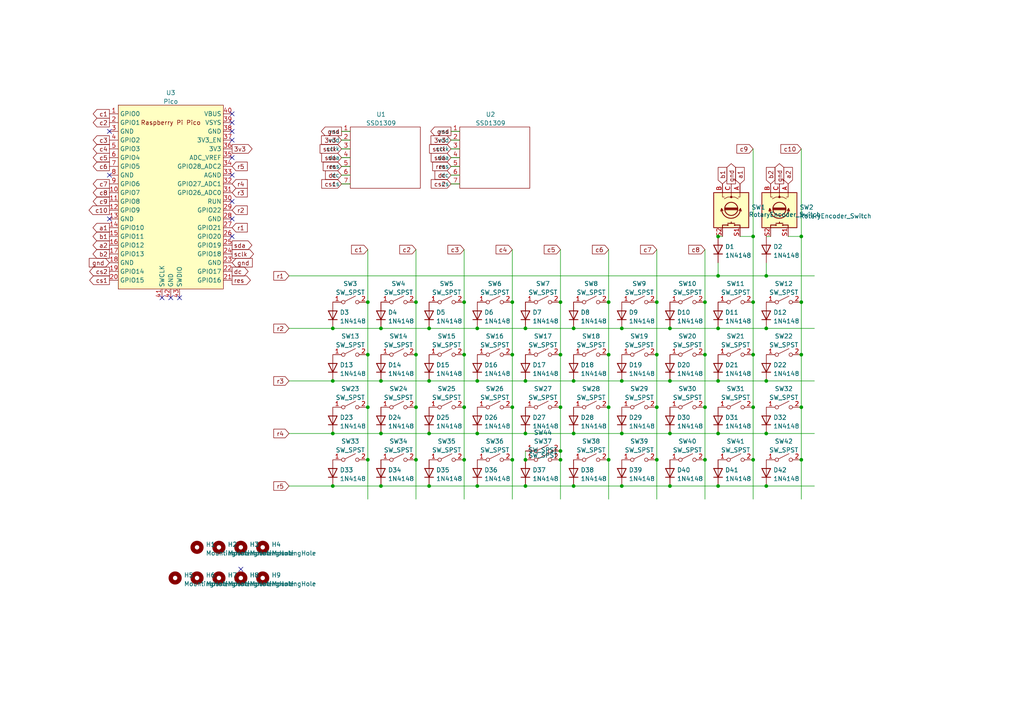
<source format=kicad_sch>
(kicad_sch (version 20211123) (generator eeschema)
  (paper "A4")
  (lib_symbols
    (symbol "2.4_inch_OLED:SSD1309"
      (property "Reference" "U" (at 0 10.16 0))
      (property "Value" "SSD1309" (at 0 -10.16 0))
      (symbol "SSD1309_0_1"
        (rectangle (start -10.16 8.89) (end 10.16 -8.89) (stroke (width 0.1524)))
      )
      (symbol "SSD1309_1_1"
        (pin input line (at -10.16 7.62 180) (length 2.54) (name "vss") (number "1"))
        (pin input line (at -10.16 5.08 180) (length 2.54) (name "vdd") (number "2"))
        (pin input line (at -10.16 2.54 180) (length 2.54) (name "sclk") (number "3"))
        (pin input line (at -10.16 0 180) (length 2.54) (name "sda") (number "4"))
        (pin input line (at -10.16 -2.54 180) (length 2.54) (name "res") (number "5"))
        (pin input line (at -10.16 -5.08 180) (length 2.54) (name "dc") (number "6"))
        (pin input line (at -10.16 -7.62 180) (length 2.54) (name "cs") (number "7"))
      )
    )
    (symbol "Device:RotaryEncoder_Switch" (pin_names (offset 0.254) hide)
      (property "Reference" "SW" (at 0 6.604 0))
      (property "Value" "RotaryEncoder_Switch" (at 0 -6.604 0))
      (symbol "RotaryEncoder_Switch_0_1"
        (rectangle (start -5.08 5.08) (end 5.08 -5.08) (stroke (width 0.254)) (fill (type background)))
        (circle (center -3.81 0) (radius 0.254) (fill (type outline)))
        (arc (start -0.381 -2.794) (mid 2.3622 -0.0508) (end -0.381 2.667) (stroke (width 0.254)))
        (circle (center -0.381 0) (radius 1.905) (stroke (width 0.254)))
        (polyline (pts (xy -0.635 -1.778) (xy -0.635 1.778)) (stroke (width 0.254)))
        (polyline (pts (xy -0.381 -1.778) (xy -0.381 1.778)) (stroke (width 0.254)))
        (polyline (pts (xy -0.127 1.778) (xy -0.127 -1.778)) (stroke (width 0.254)))
        (polyline (pts (xy 3.81 0) (xy 3.429 0)) (stroke (width 0.254)))
        (polyline (pts (xy 3.81 1.016) (xy 3.81 -1.016)) (stroke (width 0.254)))
        (polyline (pts (xy -5.08 -2.54) (xy -3.81 -2.54) (xy -3.81 -2.032)))
        (polyline (pts (xy -5.08 2.54) (xy -3.81 2.54) (xy -3.81 2.032)))
        (polyline (pts (xy 0.254 -3.048) (xy -0.508 -2.794) (xy 0.127 -2.413)) (stroke (width 0.254)))
        (polyline (pts (xy 0.254 2.921) (xy -0.508 2.667) (xy 0.127 2.286)) (stroke (width 0.254)))
        (polyline (pts (xy 5.08 -2.54) (xy 4.318 -2.54) (xy 4.318 -1.016)) (stroke (width 0.254)))
        (polyline (pts (xy 5.08 2.54) (xy 4.318 2.54) (xy 4.318 1.016)) (stroke (width 0.254)))
        (polyline (pts (xy -5.08 0) (xy -3.81 0) (xy -3.81 -1.016) (xy -3.302 -2.032)))
        (polyline (pts (xy -4.318 0) (xy -3.81 0) (xy -3.81 1.016) (xy -3.302 2.032)))
        (circle (center 4.318 -1.016) (radius 0.127) (stroke (width 0.254)))
        (circle (center 4.318 1.016) (radius 0.127) (stroke (width 0.254)))
      )
      (symbol "RotaryEncoder_Switch_1_1"
        (pin passive line (at -7.62 2.54 0) (length 2.54) (name "A") (number "A"))
        (pin passive line (at -7.62 -2.54 0) (length 2.54) (name "B") (number "B"))
        (pin passive line (at -7.62 0 0) (length 2.54) (name "C") (number "C"))
        (pin passive line (at 7.62 2.54 180) (length 2.54) (name "S1") (number "S1"))
        (pin passive line (at 7.62 -2.54 180) (length 2.54) (name "S2") (number "S2"))
      )
    )
    (symbol "Diode:1N4148" (pin_numbers hide) (pin_names (offset 1.016) hide)
      (property "Reference" "D" (at 0 2.54 0))
      (property "Value" "1N4148" (at 0 -2.54 0))
      (symbol "1N4148_0_1"
        (polyline (pts (xy -1.27 1.27) (xy -1.27 -1.27)) (stroke (width 0.254)))
        (polyline (pts (xy 1.27 0) (xy -1.27 0)))
        (polyline (pts (xy 1.27 1.27) (xy 1.27 -1.27) (xy -1.27 0) (xy 1.27 1.27)) (stroke (width 0.254)))
      )
      (symbol "1N4148_1_1"
        (pin passive line (at -3.81 0 0) (length 2.54) (name "K") (number "1"))
        (pin passive line (at 3.81 0 180) (length 2.54) (name "A") (number "2"))
      )
    )
    (symbol "MCU_RaspberryPi_and_Boards:Pico"
      (property "Reference" "U" (at -13.97 27.94 0))
      (property "Value" "Pico" (at 0 19.05 0))
      (symbol "Pico_0_0"
        (text "Raspberry Pi Pico" (at 0 21.59 0) (effects (font (size 1.27 1.27))))
      )
      (symbol "Pico_0_1"
        (rectangle (start -15.24 26.67) (end 15.24 -26.67) (fill (type background)))
      )
      (symbol "Pico_1_1"
        (pin bidirectional line (at -17.78 24.13 0) (length 2.54) (name "GPIO0") (number "1"))
        (pin bidirectional line (at -17.78 1.27 0) (length 2.54) (name "GPIO7") (number "10"))
        (pin bidirectional line (at -17.78 -1.27 0) (length 2.54) (name "GPIO8") (number "11"))
        (pin bidirectional line (at -17.78 -3.81 0) (length 2.54) (name "GPIO9") (number "12"))
        (pin power_in line (at -17.78 -6.35 0) (length 2.54) (name "GND") (number "13"))
        (pin bidirectional line (at -17.78 -8.89 0) (length 2.54) (name "GPIO10") (number "14"))
        (pin bidirectional line (at -17.78 -11.43 0) (length 2.54) (name "GPIO11") (number "15"))
        (pin bidirectional line (at -17.78 -13.97 0) (length 2.54) (name "GPIO12") (number "16"))
        (pin bidirectional line (at -17.78 -16.51 0) (length 2.54) (name "GPIO13") (number "17"))
        (pin power_in line (at -17.78 -19.05 0) (length 2.54) (name "GND") (number "18"))
        (pin bidirectional line (at -17.78 -21.59 0) (length 2.54) (name "GPIO14") (number "19"))
        (pin bidirectional line (at -17.78 21.59 0) (length 2.54) (name "GPIO1") (number "2"))
        (pin bidirectional line (at -17.78 -24.13 0) (length 2.54) (name "GPIO15") (number "20"))
        (pin bidirectional line (at 17.78 -24.13 180) (length 2.54) (name "GPIO16") (number "21"))
        (pin bidirectional line (at 17.78 -21.59 180) (length 2.54) (name "GPIO17") (number "22"))
        (pin power_in line (at 17.78 -19.05 180) (length 2.54) (name "GND") (number "23"))
        (pin bidirectional line (at 17.78 -16.51 180) (length 2.54) (name "GPIO18") (number "24"))
        (pin bidirectional line (at 17.78 -13.97 180) (length 2.54) (name "GPIO19") (number "25"))
        (pin bidirectional line (at 17.78 -11.43 180) (length 2.54) (name "GPIO20") (number "26"))
        (pin bidirectional line (at 17.78 -8.89 180) (length 2.54) (name "GPIO21") (number "27"))
        (pin power_in line (at 17.78 -6.35 180) (length 2.54) (name "GND") (number "28"))
        (pin bidirectional line (at 17.78 -3.81 180) (length 2.54) (name "GPIO22") (number "29"))
        (pin power_in line (at -17.78 19.05 0) (length 2.54) (name "GND") (number "3"))
        (pin input line (at 17.78 -1.27 180) (length 2.54) (name "RUN") (number "30"))
        (pin bidirectional line (at 17.78 1.27 180) (length 2.54) (name "GPIO26_ADC0") (number "31"))
        (pin bidirectional line (at 17.78 3.81 180) (length 2.54) (name "GPIO27_ADC1") (number "32"))
        (pin power_in line (at 17.78 6.35 180) (length 2.54) (name "AGND") (number "33"))
        (pin bidirectional line (at 17.78 8.89 180) (length 2.54) (name "GPIO28_ADC2") (number "34"))
        (pin power_in line (at 17.78 11.43 180) (length 2.54) (name "ADC_VREF") (number "35"))
        (pin power_in line (at 17.78 13.97 180) (length 2.54) (name "3V3") (number "36"))
        (pin input line (at 17.78 16.51 180) (length 2.54) (name "3V3_EN") (number "37"))
        (pin bidirectional line (at 17.78 19.05 180) (length 2.54) (name "GND") (number "38"))
        (pin power_in line (at 17.78 21.59 180) (length 2.54) (name "VSYS") (number "39"))
        (pin bidirectional line (at -17.78 16.51 0) (length 2.54) (name "GPIO2") (number "4"))
        (pin power_in line (at 17.78 24.13 180) (length 2.54) (name "VBUS") (number "40"))
        (pin input line (at -2.54 -29.21 90) (length 2.54) (name "SWCLK") (number "41"))
        (pin power_in line (at 0 -29.21 90) (length 2.54) (name "GND") (number "42"))
        (pin bidirectional line (at 2.54 -29.21 90) (length 2.54) (name "SWDIO") (number "43"))
        (pin bidirectional line (at -17.78 13.97 0) (length 2.54) (name "GPIO3") (number "5"))
        (pin bidirectional line (at -17.78 11.43 0) (length 2.54) (name "GPIO4") (number "6"))
        (pin bidirectional line (at -17.78 8.89 0) (length 2.54) (name "GPIO5") (number "7"))
        (pin power_in line (at -17.78 6.35 0) (length 2.54) (name "GND") (number "8"))
        (pin bidirectional line (at -17.78 3.81 0) (length 2.54) (name "GPIO6") (number "9"))
      )
    )
    (symbol "Mechanical:MountingHole" (pin_names (offset 1.016))
      (property "Reference" "H" (at 0 5.08 0))
      (property "Value" "MountingHole" (at 0 3.175 0))
      (symbol "MountingHole_0_1"
        (circle (center 0 0) (radius 1.27) (stroke (width 1.27)))
      )
    )
    (symbol "Switch:SW_SPST" (pin_names (offset 0) hide)
      (property "Reference" "SW" (at 0 3.175 0))
      (property "Value" "SW_SPST" (at 0 -2.54 0))
      (symbol "SW_SPST_0_0"
        (circle (center -2.032 0) (radius 0.508))
        (polyline (pts (xy -1.524 0.254) (xy 1.524 1.778)))
        (circle (center 2.032 0) (radius 0.508))
      )
      (symbol "SW_SPST_1_1"
        (pin passive line (at -5.08 0 0) (length 2.54) (name "A") (number "1"))
        (pin passive line (at 5.08 0 180) (length 2.54) (name "B") (number "2"))
      )
    )
  )
  (junction (at 148.59 133.35))
  (junction (at 120.65 87.63))
  (junction (at 120.65 118.11))
  (junction (at 134.62 102.87))
  (junction (at 204.47 87.63))
  (junction (at 152.4 140.97))
  (junction (at 96.52 95.25))
  (junction (at 232.41 87.63))
  (junction (at 204.47 118.11))
  (junction (at 208.28 125.73))
  (junction (at 166.37 95.25))
  (junction (at 208.28 110.49))
  (junction (at 190.5 87.63))
  (junction (at 194.31 125.73))
  (junction (at 190.5 102.87))
  (junction (at 120.65 102.87))
  (junction (at 96.52 110.49))
  (junction (at 208.28 140.97))
  (junction (at 96.52 140.97))
  (junction (at 232.41 68.58))
  (junction (at 148.59 102.87))
  (junction (at 166.37 110.49))
  (junction (at 180.34 110.49))
  (junction (at 162.56 118.11))
  (junction (at 124.46 140.97))
  (junction (at 176.53 102.87))
  (junction (at 222.25 125.73))
  (junction (at 222.25 140.97))
  (junction (at 152.4 95.25))
  (junction (at 194.31 110.49))
  (junction (at 138.43 110.49))
  (junction (at 124.46 125.73))
  (junction (at 208.28 95.25))
  (junction (at 176.53 87.63))
  (junction (at 152.4 125.73))
  (junction (at 232.41 118.11))
  (junction (at 110.49 140.97))
  (junction (at 222.25 80.01))
  (junction (at 190.5 133.35))
  (junction (at 222.25 95.25))
  (junction (at 134.62 118.11))
  (junction (at 138.43 140.97))
  (junction (at 180.34 140.97))
  (junction (at 218.44 133.35))
  (junction (at 162.56 130.81))
  (junction (at 138.43 125.73))
  (junction (at 106.68 87.63))
  (junction (at 176.53 118.11))
  (junction (at 96.52 125.73))
  (junction (at 218.44 87.63))
  (junction (at 180.34 95.25))
  (junction (at 138.43 95.25))
  (junction (at 124.46 95.25))
  (junction (at 134.62 87.63))
  (junction (at 232.41 133.35))
  (junction (at 218.44 118.11))
  (junction (at 162.56 102.87))
  (junction (at 208.28 68.58))
  (junction (at 152.4 133.35))
  (junction (at 106.68 133.35))
  (junction (at 110.49 110.49))
  (junction (at 176.53 133.35))
  (junction (at 194.31 140.97))
  (junction (at 120.65 133.35))
  (junction (at 222.25 110.49))
  (junction (at 232.41 102.87))
  (junction (at 162.56 87.63))
  (junction (at 148.59 118.11))
  (junction (at 162.56 133.35))
  (junction (at 148.59 87.63))
  (junction (at 110.49 125.73))
  (junction (at 134.62 133.35))
  (junction (at 152.4 110.49))
  (junction (at 110.49 95.25))
  (junction (at 218.44 102.87))
  (junction (at 106.68 102.87))
  (junction (at 194.31 95.25))
  (junction (at 124.46 110.49))
  (junction (at 166.37 125.73))
  (junction (at 204.47 102.87))
  (junction (at 190.5 118.11))
  (junction (at 218.44 68.58))
  (junction (at 204.47 133.35))
  (junction (at 166.37 140.97))
  (junction (at 180.34 125.73))
  (junction (at 208.28 80.01))
  (junction (at 106.68 118.11))
  (no_connect (at 67.31 38.1))
  (no_connect (at 67.31 45.72))
  (no_connect (at 67.31 58.42))
  (no_connect (at 67.31 63.5))
  (no_connect (at 31.75 63.5))
  (no_connect (at 31.75 50.8))
  (no_connect (at 67.31 40.64))
  (no_connect (at 67.31 35.56))
  (no_connect (at 67.31 33.02))
  (no_connect (at 31.75 38.1))
  (no_connect (at 46.99 86.36))
  (no_connect (at 49.53 86.36))
  (no_connect (at 52.07 86.36))
  (no_connect (at 67.31 50.8))
  (no_connect (at 69.85 165.1))
  (no_connect (at 67.31 68.58))
  (wire (pts (xy 176.53 87.63) (xy 176.53 102.87)))
  (wire (pts (xy 120.65 102.87) (xy 120.65 118.11)))
  (wire (pts (xy 214.63 68.58) (xy 218.44 68.58)))
  (wire (pts (xy 110.49 95.25) (xy 124.46 95.25)))
  (wire (pts (xy 218.44 87.63) (xy 218.44 102.87)))
  (wire (pts (xy 208.28 95.25) (xy 222.25 95.25)))
  (wire (pts (xy 124.46 110.49) (xy 138.43 110.49)))
  (wire (pts (xy 218.44 68.58) (xy 218.44 87.63)))
  (wire (pts (xy 148.59 133.35) (xy 148.59 144.78)))
  (wire (pts (xy 120.65 118.11) (xy 120.65 133.35)))
  (wire (pts (xy 99.06 53.34) (xy 101.6 53.34)))
  (wire (pts (xy 106.68 87.63) (xy 106.68 102.87)))
  (wire (pts (xy 180.34 95.25) (xy 194.31 95.25)))
  (wire (pts (xy 208.28 140.97) (xy 222.25 140.97)))
  (wire (pts (xy 194.31 95.25) (xy 208.28 95.25)))
  (wire (pts (xy 232.41 133.35) (xy 232.41 144.78)))
  (wire (pts (xy 204.47 72.39) (xy 204.47 87.63)))
  (wire (pts (xy 166.37 110.49) (xy 180.34 110.49)))
  (wire (pts (xy 120.65 72.39) (xy 120.65 87.63)))
  (wire (pts (xy 208.28 68.58) (xy 208.28 68.6184)))
  (wire (pts (xy 124.46 140.97) (xy 138.43 140.97)))
  (wire (pts (xy 124.46 95.25) (xy 138.43 95.25)))
  (wire (pts (xy 134.62 87.63) (xy 134.62 102.87)))
  (wire (pts (xy 83.82 140.97) (xy 96.52 140.97)))
  (wire (pts (xy 96.52 110.49) (xy 110.49 110.49)))
  (wire (pts (xy 134.62 133.35) (xy 134.62 144.78)))
  (wire (pts (xy 232.41 87.63) (xy 232.41 102.87)))
  (wire (pts (xy 232.41 102.87) (xy 232.41 118.11)))
  (wire (pts (xy 138.43 110.49) (xy 152.4 110.49)))
  (wire (pts (xy 148.59 87.63) (xy 148.59 102.87)))
  (wire (pts (xy 162.56 102.87) (xy 162.56 118.11)))
  (wire (pts (xy 110.49 110.49) (xy 124.46 110.49)))
  (wire (pts (xy 194.31 110.49) (xy 208.28 110.49)))
  (wire (pts (xy 152.4 95.25) (xy 166.37 95.25)))
  (wire (pts (xy 218.44 43.18) (xy 218.44 68.58)))
  (wire (pts (xy 96.52 95.25) (xy 110.49 95.25)))
  (wire (pts (xy 110.49 125.73) (xy 124.46 125.73)))
  (wire (pts (xy 222.25 110.49) (xy 236.22 110.49)))
  (wire (pts (xy 130.81 53.34) (xy 133.35 53.34)))
  (wire (pts (xy 130.81 43.18) (xy 133.35 43.18)))
  (wire (pts (xy 180.34 140.97) (xy 194.31 140.97)))
  (wire (pts (xy 176.53 102.87) (xy 176.53 118.11)))
  (wire (pts (xy 190.5 118.11) (xy 190.5 133.35)))
  (wire (pts (xy 194.31 125.73) (xy 208.28 125.73)))
  (wire (pts (xy 232.41 118.11) (xy 232.41 133.35)))
  (wire (pts (xy 130.81 38.1) (xy 133.35 38.1)))
  (wire (pts (xy 218.44 102.87) (xy 218.44 118.11)))
  (wire (pts (xy 190.5 72.39) (xy 190.5 87.63)))
  (wire (pts (xy 166.37 140.97) (xy 180.34 140.97)))
  (wire (pts (xy 204.47 87.63) (xy 204.47 102.87)))
  (wire (pts (xy 228.6 68.58) (xy 232.41 68.58)))
  (wire (pts (xy 194.31 140.97) (xy 208.28 140.97)))
  (wire (pts (xy 180.34 110.49) (xy 194.31 110.49)))
  (wire (pts (xy 138.43 140.97) (xy 152.4 140.97)))
  (wire (pts (xy 130.81 48.26) (xy 133.35 48.26)))
  (wire (pts (xy 208.28 80.01) (xy 222.25 80.01)))
  (wire (pts (xy 148.59 102.87) (xy 148.59 118.11)))
  (wire (pts (xy 180.34 125.73) (xy 194.31 125.73)))
  (wire (pts (xy 162.56 133.35) (xy 162.56 144.78)))
  (wire (pts (xy 218.44 118.11) (xy 218.44 133.35)))
  (wire (pts (xy 96.52 140.97) (xy 110.49 140.97)))
  (wire (pts (xy 83.82 125.73) (xy 96.52 125.73)))
  (wire (pts (xy 138.43 125.73) (xy 152.4 125.73)))
  (wire (pts (xy 99.06 50.8) (xy 101.6 50.8)))
  (wire (pts (xy 130.81 50.8) (xy 133.35 50.8)))
  (wire (pts (xy 99.06 38.1) (xy 101.6 38.1)))
  (wire (pts (xy 148.59 72.39) (xy 148.59 87.63)))
  (wire (pts (xy 138.43 95.25) (xy 152.4 95.25)))
  (wire (pts (xy 218.44 133.35) (xy 218.44 144.78)))
  (wire (pts (xy 162.56 72.39) (xy 162.56 87.63)))
  (wire (pts (xy 134.62 72.39) (xy 134.62 87.63)))
  (wire (pts (xy 190.5 102.87) (xy 190.5 118.11)))
  (wire (pts (xy 130.81 40.64) (xy 133.35 40.64)))
  (wire (pts (xy 134.62 102.87) (xy 134.62 118.11)))
  (wire (pts (xy 148.59 118.11) (xy 148.59 133.35)))
  (wire (pts (xy 120.65 87.63) (xy 120.65 102.87)))
  (wire (pts (xy 106.68 72.39) (xy 106.68 87.63)))
  (wire (pts (xy 99.06 45.72) (xy 101.6 45.72)))
  (wire (pts (xy 152.4 125.73) (xy 166.37 125.73)))
  (wire (pts (xy 124.46 125.73) (xy 138.43 125.73)))
  (wire (pts (xy 120.65 133.35) (xy 120.65 144.78)))
  (wire (pts (xy 209.55 68.58) (xy 208.28 68.58)))
  (wire (pts (xy 222.25 80.01) (xy 222.25 76.2)))
  (wire (pts (xy 208.28 125.73) (xy 222.25 125.73)))
  (wire (pts (xy 222.25 68.58) (xy 223.52 68.58)))
  (wire (pts (xy 176.53 72.39) (xy 176.53 87.63)))
  (wire (pts (xy 204.47 102.87) (xy 204.47 118.11)))
  (wire (pts (xy 110.49 140.97) (xy 124.46 140.97)))
  (wire (pts (xy 166.37 125.73) (xy 180.34 125.73)))
  (wire (pts (xy 176.53 133.35) (xy 176.53 144.78)))
  (wire (pts (xy 190.5 87.63) (xy 190.5 102.87)))
  (wire (pts (xy 152.4 110.49) (xy 166.37 110.49)))
  (wire (pts (xy 152.4 130.81) (xy 152.4 133.35)))
  (wire (pts (xy 106.68 133.35) (xy 106.68 144.78)))
  (wire (pts (xy 130.81 45.72) (xy 133.35 45.72)))
  (wire (pts (xy 162.56 118.11) (xy 162.56 130.81)))
  (wire (pts (xy 99.06 43.18) (xy 101.6 43.18)))
  (wire (pts (xy 208.28 110.49) (xy 222.25 110.49)))
  (wire (pts (xy 166.37 95.25) (xy 180.34 95.25)))
  (wire (pts (xy 83.82 80.01) (xy 208.28 80.01)))
  (wire (pts (xy 134.62 118.11) (xy 134.62 133.35)))
  (wire (pts (xy 162.56 87.63) (xy 162.56 102.87)))
  (wire (pts (xy 99.06 48.26) (xy 101.6 48.26)))
  (wire (pts (xy 83.82 95.25) (xy 96.52 95.25)))
  (wire (pts (xy 96.52 125.73) (xy 110.49 125.73)))
  (wire (pts (xy 152.4 140.97) (xy 166.37 140.97)))
  (wire (pts (xy 208.28 80.01) (xy 208.28 76.2)))
  (wire (pts (xy 222.25 95.25) (xy 236.22 95.25)))
  (wire (pts (xy 106.68 102.87) (xy 106.68 118.11)))
  (wire (pts (xy 83.82 110.49) (xy 96.52 110.49)))
  (wire (pts (xy 162.56 130.81) (xy 162.56 133.35)))
  (wire (pts (xy 204.47 133.35) (xy 204.47 144.78)))
  (wire (pts (xy 222.25 125.73) (xy 236.22 125.73)))
  (wire (pts (xy 232.41 43.18) (xy 232.41 68.58)))
  (wire (pts (xy 106.68 118.11) (xy 106.68 133.35)))
  (wire (pts (xy 190.5 133.35) (xy 190.5 144.78)))
  (wire (pts (xy 232.41 68.58) (xy 232.41 87.63)))
  (wire (pts (xy 99.06 40.64) (xy 101.6 40.64)))
  (wire (pts (xy 176.53 118.11) (xy 176.53 133.35)))
  (wire (pts (xy 222.25 80.01) (xy 236.22 80.01)))
  (wire (pts (xy 204.47 118.11) (xy 204.47 133.35)))
  (wire (pts (xy 222.25 140.97) (xy 236.22 140.97)))
  (global_label "sda" (shape input) (at 130.81 45.72 180) (property "Intersheet References" "${INTERSHEET_REFS}" (effects hide)))
  (global_label "cs2" (shape input) (at 130.81 53.34 180) (property "Intersheet References" "${INTERSHEET_REFS}" (effects hide)))
  (global_label "gnd" (shape output) (at 226.06 53.34 90) (property "Intersheet References" "${INTERSHEET_REFS}" (effects hide)))
  (global_label "gnd" (shape input) (at 31.75 76.2 180) (property "Intersheet References" "${INTERSHEET_REFS}" (effects hide)))
  (global_label "dc" (shape input) (at 99.06 50.8 180) (property "Intersheet References" "${INTERSHEET_REFS}" (effects hide)))
  (global_label "c1" (shape output) (at 31.75 33.02 180) (property "Intersheet References" "${INTERSHEET_REFS}" (effects hide)))
  (global_label "r5" (shape input) (at 83.82 140.97 180) (property "Intersheet References" "${INTERSHEET_REFS}" (effects hide)))
  (global_label "sclk" (shape input) (at 99.06 43.18 180) (property "Intersheet References" "${INTERSHEET_REFS}" (effects hide)))
  (global_label "c7" (shape output) (at 31.75 53.34 180) (property "Intersheet References" "${INTERSHEET_REFS}" (effects hide)))
  (global_label "c9" (shape input) (at 218.44 43.18 180) (property "Intersheet References" "${INTERSHEET_REFS}" (effects hide)))
  (global_label "gnd" (shape output) (at 130.81 38.1 180) (property "Intersheet References" "${INTERSHEET_REFS}" (effects hide)))
  (global_label "b1" (shape input) (at 209.55 53.34 90) (property "Intersheet References" "${INTERSHEET_REFS}" (effects hide)))
  (global_label "c3" (shape output) (at 31.75 40.64 180) (property "Intersheet References" "${INTERSHEET_REFS}" (effects hide)))
  (global_label "a1" (shape output) (at 31.75 66.04 180) (property "Intersheet References" "${INTERSHEET_REFS}" (effects hide)))
  (global_label "r5" (shape input) (at 67.31 48.26 0) (property "Intersheet References" "${INTERSHEET_REFS}" (effects hide)))
  (global_label "gnd" (shape input) (at 67.31 76.2 0) (property "Intersheet References" "${INTERSHEET_REFS}" (effects hide)))
  (global_label "res" (shape input) (at 130.81 48.26 180) (property "Intersheet References" "${INTERSHEET_REFS}" (effects hide)))
  (global_label "r2" (shape input) (at 83.82 95.25 180) (property "Intersheet References" "${INTERSHEET_REFS}" (effects hide)))
  (global_label "c10" (shape output) (at 31.75 60.96 180) (property "Intersheet References" "${INTERSHEET_REFS}" (effects hide)))
  (global_label "c5" (shape output) (at 31.75 45.72 180) (property "Intersheet References" "${INTERSHEET_REFS}" (effects hide)))
  (global_label "cs1" (shape output) (at 31.75 81.28 180) (property "Intersheet References" "${INTERSHEET_REFS}" (effects hide)))
  (global_label "gnd" (shape output) (at 99.06 38.1 180) (property "Intersheet References" "${INTERSHEET_REFS}" (effects hide)))
  (global_label "sclk" (shape output) (at 67.31 73.66 0) (property "Intersheet References" "${INTERSHEET_REFS}" (effects hide)))
  (global_label "c5" (shape input) (at 162.56 72.39 180) (property "Intersheet References" "${INTERSHEET_REFS}" (effects hide)))
  (global_label "sclk" (shape input) (at 130.81 43.18 180) (property "Intersheet References" "${INTERSHEET_REFS}" (effects hide)))
  (global_label "a2" (shape output) (at 31.75 71.12 180) (property "Intersheet References" "${INTERSHEET_REFS}" (effects hide)))
  (global_label "3v3" (shape output) (at 67.31 43.18 0) (property "Intersheet References" "${INTERSHEET_REFS}" (effects hide)))
  (global_label "r3" (shape input) (at 67.31 55.88 0) (property "Intersheet References" "${INTERSHEET_REFS}" (effects hide)))
  (global_label "gnd" (shape output) (at 212.09 53.34 90) (property "Intersheet References" "${INTERSHEET_REFS}" (effects hide)))
  (global_label "c1" (shape input) (at 106.68 72.39 180) (property "Intersheet References" "${INTERSHEET_REFS}" (effects hide)))
  (global_label "c8" (shape input) (at 204.47 72.39 180) (property "Intersheet References" "${INTERSHEET_REFS}" (effects hide)))
  (global_label "r3" (shape input) (at 83.82 110.49 180) (property "Intersheet References" "${INTERSHEET_REFS}" (effects hide)))
  (global_label "a1" (shape input) (at 214.63 53.34 90) (property "Intersheet References" "${INTERSHEET_REFS}" (effects hide)))
  (global_label "c2" (shape output) (at 31.75 35.56 180) (property "Intersheet References" "${INTERSHEET_REFS}" (effects hide)))
  (global_label "cs2" (shape output) (at 31.75 78.74 180) (property "Intersheet References" "${INTERSHEET_REFS}" (effects hide)))
  (global_label "b2" (shape output) (at 31.75 73.66 180) (property "Intersheet References" "${INTERSHEET_REFS}" (effects hide)))
  (global_label "3v3" (shape input) (at 130.81 40.64 180) (property "Intersheet References" "${INTERSHEET_REFS}" (effects hide)))
  (global_label "dc" (shape output) (at 67.31 78.74 0) (property "Intersheet References" "${INTERSHEET_REFS}" (effects hide)))
  (global_label "cs1" (shape input) (at 99.06 53.34 180) (property "Intersheet References" "${INTERSHEET_REFS}" (effects hide)))
  (global_label "r4" (shape input) (at 67.31 53.34 0) (property "Intersheet References" "${INTERSHEET_REFS}" (effects hide)))
  (global_label "sda" (shape output) (at 67.31 71.12 0) (property "Intersheet References" "${INTERSHEET_REFS}" (effects hide)))
  (global_label "res" (shape input) (at 99.06 48.26 180) (property "Intersheet References" "${INTERSHEET_REFS}" (effects hide)))
  (global_label "r1" (shape input) (at 67.31 66.04 0) (property "Intersheet References" "${INTERSHEET_REFS}" (effects hide)))
  (global_label "res" (shape output) (at 67.31 81.28 0) (property "Intersheet References" "${INTERSHEET_REFS}" (effects hide)))
  (global_label "c6" (shape output) (at 31.75 48.26 180) (property "Intersheet References" "${INTERSHEET_REFS}" (effects hide)))
  (global_label "c8" (shape output) (at 31.75 55.88 180) (property "Intersheet References" "${INTERSHEET_REFS}" (effects hide)))
  (global_label "c6" (shape input) (at 176.53 72.39 180) (property "Intersheet References" "${INTERSHEET_REFS}" (effects hide)))
  (global_label "dc" (shape input) (at 130.81 50.8 180) (property "Intersheet References" "${INTERSHEET_REFS}" (effects hide)))
  (global_label "c10" (shape input) (at 232.41 43.18 180) (property "Intersheet References" "${INTERSHEET_REFS}" (effects hide)))
  (global_label "c3" (shape input) (at 134.62 72.39 180) (property "Intersheet References" "${INTERSHEET_REFS}" (effects hide)))
  (global_label "c2" (shape input) (at 120.65 72.39 180) (property "Intersheet References" "${INTERSHEET_REFS}" (effects hide)))
  (global_label "3v3" (shape input) (at 99.06 40.64 180) (property "Intersheet References" "${INTERSHEET_REFS}" (effects hide)))
  (global_label "r2" (shape input) (at 67.31 60.96 0) (property "Intersheet References" "${INTERSHEET_REFS}" (effects hide)))
  (global_label "c9" (shape output) (at 31.75 58.42 180) (property "Intersheet References" "${INTERSHEET_REFS}" (effects hide)))
  (global_label "c4" (shape input) (at 148.59 72.39 180) (property "Intersheet References" "${INTERSHEET_REFS}" (effects hide)))
  (global_label "r4" (shape input) (at 83.82 125.73 180) (property "Intersheet References" "${INTERSHEET_REFS}" (effects hide)))
  (global_label "sda" (shape input) (at 99.06 45.72 180) (property "Intersheet References" "${INTERSHEET_REFS}" (effects hide)))
  (global_label "b1" (shape output) (at 31.75 68.58 180) (property "Intersheet References" "${INTERSHEET_REFS}" (effects hide)))
  (global_label "a2" (shape input) (at 228.6 53.34 90) (property "Intersheet References" "${INTERSHEET_REFS}" (effects hide)))
  (global_label "b2" (shape input) (at 223.52 53.34 90) (property "Intersheet References" "${INTERSHEET_REFS}" (effects hide)))
  (global_label "c4" (shape output) (at 31.75 43.18 180) (property "Intersheet References" "${INTERSHEET_REFS}" (effects hide)))
  (global_label "c7" (shape input) (at 190.5 72.39 180) (property "Intersheet References" "${INTERSHEET_REFS}" (effects hide)))
  (global_label "r1" (shape input) (at 83.82 80.01 180) (property "Intersheet References" "${INTERSHEET_REFS}" (effects hide)))
  (symbol (lib_id "Switch:SW_SPST") (at 129.54 133.35 0) (unit 1)
    (property "Reference" "SW35" (at 129.54 127.9992 0))
    (property "Value" "SW_SPST" (at 129.54 130.5361 0))
    (property "Footprint" "keyswitches:Kailh_socket_MX" (effects hide))
  )
  (symbol (lib_id "Switch:SW_SPST") (at 227.33 87.63 0) (unit 1)
    (property "Reference" "SW12" (at 227.33 82.2792 0))
    (property "Value" "SW_SPST" (at 227.33 84.8161 0))
    (property "Footprint" "keyswitches:Kailh_socket_MX" (effects hide))
  )
  (symbol (lib_id "Mechanical:MountingHole") (at 50.8 167.64 0) (unit 1)
    (property "Reference" "H5" (at 53.34 166.8053 0) (effects (justify left)))
    (property "Value" "MountingHole" (at 53.34 169.3422 0) (effects (justify left)))
    (property "Footprint" "MountingHole:MountingHole_2.2mm_M2_DIN965" (effects hide))
  )
  (symbol (lib_id "Switch:SW_SPST") (at 213.36 87.63 0) (unit 1)
    (property "Reference" "SW11" (at 213.36 82.2792 0))
    (property "Value" "SW_SPST" (at 213.36 84.8161 0))
    (property "Footprint" "keyswitches:Kailh_socket_MX" (effects hide))
  )
  (symbol (lib_id "Switch:SW_SPST") (at 115.57 87.63 0) (unit 1)
    (property "Reference" "SW4" (at 115.57 82.2792 0))
    (property "Value" "SW_SPST" (at 115.57 84.8161 0))
    (property "Footprint" "keyswitches:Kailh_socket_MX" (effects hide))
  )
  (symbol (lib_id "Mechanical:MountingHole") (at 63.5 158.75 0) (unit 1)
    (property "Reference" "H2" (at 66.04 157.9153 0) (effects (justify left)))
    (property "Value" "MountingHole" (at 66.04 160.4522 0) (effects (justify left)))
    (property "Footprint" "MountingHole:MountingHole_2.2mm_M2_DIN965" (effects hide))
  )
  (symbol (lib_id "Switch:SW_SPST") (at 185.42 133.35 0) (unit 1)
    (property "Reference" "SW39" (at 185.42 127.9992 0))
    (property "Value" "SW_SPST" (at 185.42 130.5361 0))
    (property "Footprint" "keyswitches:Kailh_socket_MX" (effects hide))
  )
  (symbol (lib_id "Device:RotaryEncoder_Switch") (at 212.09 60.96 270) (unit 1)
    (property "Reference" "SW1" (at 217.932 60.1253 90) (effects (justify left)))
    (property "Value" "RotaryEncoder_Switch" (at 217.17 62.23 90) (effects (justify left)))
    (property "Footprint" "Rotary_Encoder:RotaryEncoder_Alps_EC11E-Switch_Vertical_H20mm" (effects hide))
  )
  (symbol (lib_id "Diode:1N4148") (at 166.37 121.92 90) (unit 1)
    (property "Reference" "D28" (at 168.402 121.0853 90) (effects (justify right)))
    (property "Value" "1N4148" (at 168.402 123.6222 90) (effects (justify right)))
    (property "Footprint" "Diode_SMD:D_MiniMELF_Handsoldering" (effects hide))
    (property "Datasheet" "https://assets.nexperia.com/documents/data-sheet/1N4148_1N4448.pdf" (effects hide))
  )
  (symbol (lib_id "Switch:SW_SPST") (at 199.39 133.35 0) (unit 1)
    (property "Reference" "SW40" (at 199.39 127.9992 0))
    (property "Value" "SW_SPST" (at 199.39 130.5361 0))
    (property "Footprint" "keyswitches:Kailh_socket_MX" (effects hide))
  )
  (symbol (lib_id "Switch:SW_SPST") (at 227.33 133.35 0) (unit 1)
    (property "Reference" "SW42" (at 227.33 127.9992 0))
    (property "Value" "SW_SPST" (at 227.33 130.5361 0))
    (property "Footprint" "keyswitches:Kailh_socket_MX" (effects hide))
  )
  (symbol (lib_id "Mechanical:MountingHole") (at 57.15 158.75 0) (unit 1)
    (property "Reference" "H1" (at 59.69 157.9153 0) (effects (justify left)))
    (property "Value" "MountingHole" (at 59.69 160.4522 0) (effects (justify left)))
    (property "Footprint" "MountingHole:MountingHole_2.2mm_M2_DIN965" (effects hide))
  )
  (symbol (lib_id "Switch:SW_SPST") (at 157.48 130.81 0) (unit 1)
    (property "Reference" "SW44" (at 157.48 125.4592 0))
    (property "Value" "SW_SPST" (at 157.48 132.08 0))
    (property "Footprint" "keyswitches:Kailh_socket_MX" (effects hide))
  )
  (symbol (lib_id "Diode:1N4148") (at 180.34 91.44 90) (unit 1)
    (property "Reference" "D9" (at 182.372 90.6053 90) (effects (justify right)))
    (property "Value" "1N4148" (at 182.372 93.1422 90) (effects (justify right)))
    (property "Footprint" "Diode_SMD:D_MiniMELF_Handsoldering" (effects hide))
    (property "Datasheet" "https://assets.nexperia.com/documents/data-sheet/1N4148_1N4448.pdf" (effects hide))
  )
  (symbol (lib_id "Switch:SW_SPST") (at 171.45 102.87 0) (unit 1)
    (property "Reference" "SW18" (at 171.45 97.5192 0))
    (property "Value" "SW_SPST" (at 171.45 100.0561 0))
    (property "Footprint" "keyswitches:Kailh_socket_MX" (effects hide))
  )
  (symbol (lib_id "Diode:1N4148") (at 180.34 121.92 90) (unit 1)
    (property "Reference" "D29" (at 182.372 121.0853 90) (effects (justify right)))
    (property "Value" "1N4148" (at 182.372 123.6222 90) (effects (justify right)))
    (property "Footprint" "Diode_SMD:D_MiniMELF_Handsoldering" (effects hide))
    (property "Datasheet" "https://assets.nexperia.com/documents/data-sheet/1N4148_1N4448.pdf" (effects hide))
  )
  (symbol (lib_id "Diode:1N4148") (at 110.49 121.92 90) (unit 1)
    (property "Reference" "D24" (at 112.522 121.0853 90) (effects (justify right)))
    (property "Value" "1N4148" (at 112.522 123.6222 90) (effects (justify right)))
    (property "Footprint" "Diode_SMD:D_MiniMELF_Handsoldering" (effects hide))
    (property "Datasheet" "https://assets.nexperia.com/documents/data-sheet/1N4148_1N4448.pdf" (effects hide))
  )
  (symbol (lib_id "Diode:1N4148") (at 124.46 137.16 90) (unit 1)
    (property "Reference" "D35" (at 126.492 136.3253 90) (effects (justify right)))
    (property "Value" "1N4148" (at 126.492 138.8622 90) (effects (justify right)))
    (property "Footprint" "Diode_SMD:D_MiniMELF_Handsoldering" (effects hide))
    (property "Datasheet" "https://assets.nexperia.com/documents/data-sheet/1N4148_1N4448.pdf" (effects hide))
  )
  (symbol (lib_id "Diode:1N4148") (at 208.28 137.16 90) (unit 1)
    (property "Reference" "D41" (at 210.312 136.3253 90) (effects (justify right)))
    (property "Value" "1N4148" (at 210.312 138.8622 90) (effects (justify right)))
    (property "Footprint" "Diode_SMD:D_MiniMELF_Handsoldering" (effects hide))
    (property "Datasheet" "https://assets.nexperia.com/documents/data-sheet/1N4148_1N4448.pdf" (effects hide))
  )
  (symbol (lib_id "Switch:SW_SPST") (at 101.6 87.63 0) (unit 1)
    (property "Reference" "SW3" (at 101.6 82.2792 0))
    (property "Value" "SW_SPST" (at 101.6 84.8161 0))
    (property "Footprint" "keyswitches:Kailh_socket_MX" (effects hide))
  )
  (symbol (lib_id "Diode:1N4148") (at 138.43 91.44 90) (unit 1)
    (property "Reference" "D6" (at 140.462 90.6053 90) (effects (justify right)))
    (property "Value" "1N4148" (at 140.462 93.1422 90) (effects (justify right)))
    (property "Footprint" "Diode_SMD:D_MiniMELF_Handsoldering" (effects hide))
    (property "Datasheet" "https://assets.nexperia.com/documents/data-sheet/1N4148_1N4448.pdf" (effects hide))
  )
  (symbol (lib_id "Diode:1N4148") (at 180.34 137.16 90) (unit 1)
    (property "Reference" "D39" (at 182.372 136.3253 90) (effects (justify right)))
    (property "Value" "1N4148" (at 182.372 138.8622 90) (effects (justify right)))
    (property "Footprint" "Diode_SMD:D_MiniMELF_Handsoldering" (effects hide))
    (property "Datasheet" "https://assets.nexperia.com/documents/data-sheet/1N4148_1N4448.pdf" (effects hide))
  )
  (symbol (lib_id "Switch:SW_SPST") (at 101.6 133.35 0) (unit 1)
    (property "Reference" "SW33" (at 101.6 127.9992 0))
    (property "Value" "SW_SPST" (at 101.6 130.5361 0))
    (property "Footprint" "keyswitches:Kailh_socket_MX" (effects hide))
  )
  (symbol (lib_id "Switch:SW_SPST") (at 101.6 118.11 0) (unit 1)
    (property "Reference" "SW23" (at 101.6 112.7592 0))
    (property "Value" "SW_SPST" (at 101.6 115.2961 0))
    (property "Footprint" "keyswitches:Kailh_socket_MX" (effects hide))
  )
  (symbol (lib_id "Switch:SW_SPST") (at 157.48 87.63 0) (unit 1)
    (property "Reference" "SW7" (at 157.48 82.2792 0))
    (property "Value" "SW_SPST" (at 157.48 84.8161 0))
    (property "Footprint" "keyswitches:Kailh_socket_MX" (effects hide))
  )
  (symbol (lib_id "Switch:SW_SPST") (at 171.45 133.35 0) (unit 1)
    (property "Reference" "SW38" (at 171.45 127.9992 0))
    (property "Value" "SW_SPST" (at 171.45 130.5361 0))
    (property "Footprint" "keyswitches:Kailh_socket_MX" (effects hide))
  )
  (symbol (lib_id "Switch:SW_SPST") (at 115.57 102.87 0) (unit 1)
    (property "Reference" "SW14" (at 115.57 97.5192 0))
    (property "Value" "SW_SPST" (at 115.57 100.0561 0))
    (property "Footprint" "keyswitches:Kailh_socket_MX" (effects hide))
  )
  (symbol (lib_id "Mechanical:MountingHole") (at 69.85 167.64 0) (unit 1)
    (property "Reference" "H8" (at 72.39 166.8053 0) (effects (justify left)))
    (property "Value" "MountingHole" (at 72.39 169.3422 0) (effects (justify left)))
    (property "Footprint" "MountingHole:MountingHole_2.2mm_M2_DIN965" (effects hide))
  )
  (symbol (lib_id "Diode:1N4148") (at 222.25 137.16 90) (unit 1)
    (property "Reference" "D42" (at 224.282 136.3253 90) (effects (justify right)))
    (property "Value" "1N4148" (at 224.282 138.8622 90) (effects (justify right)))
    (property "Footprint" "Diode_SMD:D_MiniMELF_Handsoldering" (effects hide))
    (property "Datasheet" "https://assets.nexperia.com/documents/data-sheet/1N4148_1N4448.pdf" (effects hide))
  )
  (symbol (lib_id "Switch:SW_SPST") (at 129.54 87.63 0) (unit 1)
    (property "Reference" "SW5" (at 129.54 82.2792 0))
    (property "Value" "SW_SPST" (at 129.54 84.8161 0))
    (property "Footprint" "keyswitches:Kailh_socket_MX" (effects hide))
  )
  (symbol (lib_id "Diode:1N4148") (at 138.43 121.92 90) (unit 1)
    (property "Reference" "D26" (at 140.462 121.0853 90) (effects (justify right)))
    (property "Value" "1N4148" (at 140.462 123.6222 90) (effects (justify right)))
    (property "Footprint" "Diode_SMD:D_MiniMELF_Handsoldering" (effects hide))
    (property "Datasheet" "https://assets.nexperia.com/documents/data-sheet/1N4148_1N4448.pdf" (effects hide))
  )
  (symbol (lib_id "Switch:SW_SPST") (at 227.33 102.87 0) (unit 1)
    (property "Reference" "SW22" (at 227.33 97.5192 0))
    (property "Value" "SW_SPST" (at 227.33 100.0561 0))
    (property "Footprint" "keyswitches:Kailh_socket_MX" (effects hide))
  )
  (symbol (lib_id "Diode:1N4148") (at 208.28 91.44 90) (unit 1)
    (property "Reference" "D11" (at 210.312 90.6053 90) (effects (justify right)))
    (property "Value" "1N4148" (at 210.312 93.1422 90) (effects (justify right)))
    (property "Footprint" "Diode_SMD:D_MiniMELF_Handsoldering" (effects hide))
    (property "Datasheet" "https://assets.nexperia.com/documents/data-sheet/1N4148_1N4448.pdf" (effects hide))
  )
  (symbol (lib_id "Diode:1N4148") (at 96.52 91.44 90) (unit 1)
    (property "Reference" "D3" (at 98.552 90.6053 90) (effects (justify right)))
    (property "Value" "1N4148" (at 98.552 93.1422 90) (effects (justify right)))
    (property "Footprint" "Diode_SMD:D_MiniMELF_Handsoldering" (effects hide))
    (property "Datasheet" "https://assets.nexperia.com/documents/data-sheet/1N4148_1N4448.pdf" (effects hide))
  )
  (symbol (lib_id "Switch:SW_SPST") (at 171.45 87.63 0) (unit 1)
    (property "Reference" "SW8" (at 171.45 82.2792 0))
    (property "Value" "SW_SPST" (at 171.45 84.8161 0))
    (property "Footprint" "keyswitches:Kailh_socket_MX" (effects hide))
  )
  (symbol (lib_id "Switch:SW_SPST") (at 199.39 87.63 0) (unit 1)
    (property "Reference" "SW10" (at 199.39 82.2792 0))
    (property "Value" "SW_SPST" (at 199.39 84.8161 0))
    (property "Footprint" "keyswitches:Kailh_socket_MX" (effects hide))
  )
  (symbol (lib_id "Diode:1N4148") (at 222.25 72.39 90) (unit 1)
    (property "Reference" "D2" (at 224.282 71.5553 90) (effects (justify right)))
    (property "Value" "1N4148" (at 224.282 74.0922 90) (effects (justify right)))
    (property "Footprint" "Diode_SMD:D_MiniMELF_Handsoldering" (effects hide))
    (property "Datasheet" "https://assets.nexperia.com/documents/data-sheet/1N4148_1N4448.pdf" (effects hide))
  )
  (symbol (lib_id "Switch:SW_SPST") (at 143.51 133.35 0) (unit 1)
    (property "Reference" "SW36" (at 143.51 127.9992 0))
    (property "Value" "SW_SPST" (at 143.51 130.5361 0))
    (property "Footprint" "keyswitches:Kailh_socket_MX" (effects hide))
  )
  (symbol (lib_id "Diode:1N4148") (at 222.25 121.92 90) (unit 1)
    (property "Reference" "D32" (at 224.282 121.0853 90) (effects (justify right)))
    (property "Value" "1N4148" (at 224.282 123.6222 90) (effects (justify right)))
    (property "Footprint" "Diode_SMD:D_MiniMELF_Handsoldering" (effects hide))
    (property "Datasheet" "https://assets.nexperia.com/documents/data-sheet/1N4148_1N4448.pdf" (effects hide))
  )
  (symbol (lib_id "Diode:1N4148") (at 222.25 106.68 90) (unit 1)
    (property "Reference" "D22" (at 224.282 105.8453 90) (effects (justify right)))
    (property "Value" "1N4148" (at 224.282 108.3822 90) (effects (justify right)))
    (property "Footprint" "Diode_SMD:D_MiniMELF_Handsoldering" (effects hide))
    (property "Datasheet" "https://assets.nexperia.com/documents/data-sheet/1N4148_1N4448.pdf" (effects hide))
  )
  (symbol (lib_id "Switch:SW_SPST") (at 213.36 118.11 0) (unit 1)
    (property "Reference" "SW31" (at 213.36 112.7592 0))
    (property "Value" "SW_SPST" (at 213.36 115.2961 0))
    (property "Footprint" "keyswitches:Kailh_socket_MX" (effects hide))
  )
  (symbol (lib_id "Switch:SW_SPST") (at 129.54 102.87 0) (unit 1)
    (property "Reference" "SW15" (at 129.54 97.5192 0))
    (property "Value" "SW_SPST" (at 129.54 100.0561 0))
    (property "Footprint" "keyswitches:Kailh_socket_MX" (effects hide))
  )
  (symbol (lib_id "Switch:SW_SPST") (at 185.42 87.63 0) (unit 1)
    (property "Reference" "SW9" (at 185.42 82.2792 0))
    (property "Value" "SW_SPST" (at 185.42 84.8161 0))
    (property "Footprint" "keyswitches:Kailh_socket_MX" (effects hide))
  )
  (symbol (lib_id "Diode:1N4148") (at 124.46 121.92 90) (unit 1)
    (property "Reference" "D25" (at 126.492 121.0853 90) (effects (justify right)))
    (property "Value" "1N4148" (at 126.492 123.6222 90) (effects (justify right)))
    (property "Footprint" "Diode_SMD:D_MiniMELF_Handsoldering" (effects hide))
    (property "Datasheet" "https://assets.nexperia.com/documents/data-sheet/1N4148_1N4448.pdf" (effects hide))
  )
  (symbol (lib_id "Switch:SW_SPST") (at 143.51 102.87 0) (unit 1)
    (property "Reference" "SW16" (at 143.51 97.5192 0))
    (property "Value" "SW_SPST" (at 143.51 100.0561 0))
    (property "Footprint" "keyswitches:Kailh_socket_MX" (effects hide))
  )
  (symbol (lib_id "Switch:SW_SPST") (at 101.6 102.87 0) (unit 1)
    (property "Reference" "SW13" (at 101.6 97.5192 0))
    (property "Value" "SW_SPST" (at 101.6 100.0561 0))
    (property "Footprint" "keyswitches:Kailh_socket_MX" (effects hide))
  )
  (symbol (lib_id "Switch:SW_SPST") (at 157.48 118.11 0) (unit 1)
    (property "Reference" "SW27" (at 157.48 112.7592 0))
    (property "Value" "SW_SPST" (at 157.48 115.2961 0))
    (property "Footprint" "keyswitches:Kailh_socket_MX" (effects hide))
  )
  (symbol (lib_id "Diode:1N4148") (at 124.46 106.68 90) (unit 1)
    (property "Reference" "D15" (at 126.492 105.8453 90) (effects (justify right)))
    (property "Value" "1N4148" (at 126.492 108.3822 90) (effects (justify right)))
    (property "Footprint" "Diode_SMD:D_MiniMELF_Handsoldering" (effects hide))
    (property "Datasheet" "https://assets.nexperia.com/documents/data-sheet/1N4148_1N4448.pdf" (effects hide))
  )
  (symbol (lib_id "Diode:1N4148") (at 166.37 91.44 90) (unit 1)
    (property "Reference" "D8" (at 168.402 90.6053 90) (effects (justify right)))
    (property "Value" "1N4148" (at 168.402 93.1422 90) (effects (justify right)))
    (property "Footprint" "Diode_SMD:D_MiniMELF_Handsoldering" (effects hide))
    (property "Datasheet" "https://assets.nexperia.com/documents/data-sheet/1N4148_1N4448.pdf" (effects hide))
  )
  (symbol (lib_id "Diode:1N4148") (at 194.31 121.92 90) (unit 1)
    (property "Reference" "D30" (at 196.342 121.0853 90) (effects (justify right)))
    (property "Value" "1N4148" (at 196.342 123.6222 90) (effects (justify right)))
    (property "Footprint" "Diode_SMD:D_MiniMELF_Handsoldering" (effects hide))
    (property "Datasheet" "https://assets.nexperia.com/documents/data-sheet/1N4148_1N4448.pdf" (effects hide))
  )
  (symbol (lib_id "Mechanical:MountingHole") (at 63.5 167.64 0) (unit 1)
    (property "Reference" "H7" (at 66.04 166.8053 0) (effects (justify left)))
    (property "Value" "MountingHole" (at 66.04 169.3422 0) (effects (justify left)))
    (property "Footprint" "MountingHole:MountingHole_2.2mm_M2_DIN965" (effects hide))
  )
  (symbol (lib_id "Switch:SW_SPST") (at 199.39 118.11 0) (unit 1)
    (property "Reference" "SW30" (at 199.39 112.7592 0))
    (property "Value" "SW_SPST" (at 199.39 115.2961 0))
    (property "Footprint" "keyswitches:Kailh_socket_MX" (effects hide))
  )
  (symbol (lib_id "Mechanical:MountingHole") (at 76.2 167.64 0) (unit 1)
    (property "Reference" "H9" (at 78.74 166.8053 0) (effects (justify left)))
    (property "Value" "MountingHole" (at 78.74 169.3422 0) (effects (justify left)))
    (property "Footprint" "MountingHole:MountingHole_2.2mm_M2_DIN965" (effects hide))
  )
  (symbol (lib_id "Diode:1N4148") (at 208.28 106.68 90) (unit 1)
    (property "Reference" "D21" (at 210.312 105.8453 90) (effects (justify right)))
    (property "Value" "1N4148" (at 210.312 108.3822 90) (effects (justify right)))
    (property "Footprint" "Diode_SMD:D_MiniMELF_Handsoldering" (effects hide))
    (property "Datasheet" "https://assets.nexperia.com/documents/data-sheet/1N4148_1N4448.pdf" (effects hide))
  )
  (symbol (lib_id "Diode:1N4148") (at 152.4 121.92 90) (unit 1)
    (property "Reference" "D27" (at 154.432 121.0853 90) (effects (justify right)))
    (property "Value" "1N4148" (at 154.432 123.6222 90) (effects (justify right)))
    (property "Footprint" "Diode_SMD:D_MiniMELF_Handsoldering" (effects hide))
    (property "Datasheet" "https://assets.nexperia.com/documents/data-sheet/1N4148_1N4448.pdf" (effects hide))
  )
  (symbol (lib_id "Switch:SW_SPST") (at 129.54 118.11 0) (unit 1)
    (property "Reference" "SW25" (at 129.54 112.7592 0))
    (property "Value" "SW_SPST" (at 129.54 115.2961 0))
    (property "Footprint" "keyswitches:Kailh_socket_MX" (effects hide))
  )
  (symbol (lib_id "Switch:SW_SPST") (at 115.57 118.11 0) (unit 1)
    (property "Reference" "SW24" (at 115.57 112.7592 0))
    (property "Value" "SW_SPST" (at 115.57 115.2961 0))
    (property "Footprint" "keyswitches:Kailh_socket_MX" (effects hide))
  )
  (symbol (lib_id "Mechanical:MountingHole") (at 76.2 158.75 0) (unit 1)
    (property "Reference" "H4" (at 78.74 157.9153 0) (effects (justify left)))
    (property "Value" "MountingHole" (at 78.74 160.4522 0) (effects (justify left)))
    (property "Footprint" "MountingHole:MountingHole_2.2mm_M2_DIN965" (effects hide))
  )
  (symbol (lib_id "Diode:1N4148") (at 96.52 106.68 90) (unit 1)
    (property "Reference" "D13" (at 98.552 105.8453 90) (effects (justify right)))
    (property "Value" "1N4148" (at 98.552 108.3822 90) (effects (justify right)))
    (property "Footprint" "Diode_SMD:D_MiniMELF_Handsoldering" (effects hide))
    (property "Datasheet" "https://assets.nexperia.com/documents/data-sheet/1N4148_1N4448.pdf" (effects hide))
  )
  (symbol (lib_id "Mechanical:MountingHole") (at 69.85 158.75 0) (unit 1)
    (property "Reference" "H3" (at 72.39 157.9153 0) (effects (justify left)))
    (property "Value" "MountingHole" (at 72.39 160.4522 0) (effects (justify left)))
    (property "Footprint" "MountingHole:MountingHole_2.2mm_M2_DIN965" (effects hide))
  )
  (symbol (lib_id "Switch:SW_SPST") (at 143.51 87.63 0) (unit 1)
    (property "Reference" "SW6" (at 143.51 82.2792 0))
    (property "Value" "SW_SPST" (at 143.51 84.8161 0))
    (property "Footprint" "keyswitches:Kailh_socket_MX" (effects hide))
  )
  (symbol (lib_id "Switch:SW_SPST") (at 185.42 102.87 0) (unit 1)
    (property "Reference" "SW19" (at 185.42 97.5192 0))
    (property "Value" "SW_SPST" (at 185.42 100.0561 0))
    (property "Footprint" "keyswitches:Kailh_socket_MX" (effects hide))
  )
  (symbol (lib_id "Diode:1N4148") (at 152.4 106.68 90) (unit 1)
    (property "Reference" "D17" (at 154.432 105.8453 90) (effects (justify right)))
    (property "Value" "1N4148" (at 154.432 108.3822 90) (effects (justify right)))
    (property "Footprint" "Diode_SMD:D_MiniMELF_Handsoldering" (effects hide))
    (property "Datasheet" "https://assets.nexperia.com/documents/data-sheet/1N4148_1N4448.pdf" (effects hide))
  )
  (symbol (lib_id "Switch:SW_SPST") (at 185.42 118.11 0) (unit 1)
    (property "Reference" "SW29" (at 185.42 112.7592 0))
    (property "Value" "SW_SPST" (at 185.42 115.2961 0))
    (property "Footprint" "keyswitches:Kailh_socket_MX" (effects hide))
  )
  (symbol (lib_id "Diode:1N4148") (at 208.28 72.39 90) (unit 1)
    (property "Reference" "D1" (at 210.312 71.5553 90) (effects (justify right)))
    (property "Value" "1N4148" (at 210.312 74.0922 90) (effects (justify right)))
    (property "Footprint" "Diode_SMD:D_MiniMELF_Handsoldering" (effects hide))
    (property "Datasheet" "https://assets.nexperia.com/documents/data-sheet/1N4148_1N4448.pdf" (effects hide))
  )
  (symbol (lib_id "Diode:1N4148") (at 110.49 137.16 90) (unit 1)
    (property "Reference" "D34" (at 112.522 136.3253 90) (effects (justify right)))
    (property "Value" "1N4148" (at 112.522 138.8622 90) (effects (justify right)))
    (property "Footprint" "Diode_SMD:D_MiniMELF_Handsoldering" (effects hide))
    (property "Datasheet" "https://assets.nexperia.com/documents/data-sheet/1N4148_1N4448.pdf" (effects hide))
  )
  (symbol (lib_id "Diode:1N4148") (at 124.46 91.44 90) (unit 1)
    (property "Reference" "D5" (at 126.492 90.6053 90) (effects (justify right)))
    (property "Value" "1N4148" (at 126.492 93.1422 90) (effects (justify right)))
    (property "Footprint" "Diode_SMD:D_MiniMELF_Handsoldering" (effects hide))
    (property "Datasheet" "https://assets.nexperia.com/documents/data-sheet/1N4148_1N4448.pdf" (effects hide))
  )
  (symbol (lib_id "Switch:SW_SPST") (at 171.45 118.11 0) (unit 1)
    (property "Reference" "SW28" (at 171.45 112.7592 0))
    (property "Value" "SW_SPST" (at 171.45 115.2961 0))
    (property "Footprint" "keyswitches:Kailh_socket_MX" (effects hide))
  )
  (symbol (lib_id "Switch:SW_SPST") (at 213.36 133.35 0) (unit 1)
    (property "Reference" "SW41" (at 213.36 127.9992 0))
    (property "Value" "SW_SPST" (at 213.36 130.5361 0))
    (property "Footprint" "keyswitches:Kailh_socket_MX" (effects hide))
  )
  (symbol (lib_id "Diode:1N4148") (at 194.31 137.16 90) (unit 1)
    (property "Reference" "D40" (at 196.342 136.3253 90) (effects (justify right)))
    (property "Value" "1N4148" (at 196.342 138.8622 90) (effects (justify right)))
    (property "Footprint" "Diode_SMD:D_MiniMELF_Handsoldering" (effects hide))
    (property "Datasheet" "https://assets.nexperia.com/documents/data-sheet/1N4148_1N4448.pdf" (effects hide))
  )
  (symbol (lib_id "Diode:1N4148") (at 96.52 121.92 90) (unit 1)
    (property "Reference" "D23" (at 98.552 121.0853 90) (effects (justify right)))
    (property "Value" "1N4148" (at 98.552 123.6222 90) (effects (justify right)))
    (property "Footprint" "Diode_SMD:D_MiniMELF_Handsoldering" (effects hide))
    (property "Datasheet" "https://assets.nexperia.com/documents/data-sheet/1N4148_1N4448.pdf" (effects hide))
  )
  (symbol (lib_id "Mechanical:MountingHole") (at 57.15 167.64 0) (unit 1)
    (property "Reference" "H6" (at 59.69 166.8053 0) (effects (justify left)))
    (property "Value" "MountingHole" (at 59.69 169.3422 0) (effects (justify left)))
    (property "Footprint" "MountingHole:MountingHole_2.2mm_M2_DIN965" (effects hide))
  )
  (symbol (lib_id "Switch:SW_SPST") (at 157.48 133.35 0) (unit 1)
    (property "Reference" "SW37" (at 157.48 127.9992 0))
    (property "Value" "SW_SPST" (at 157.48 130.5361 0))
    (property "Footprint" "keyswitches:Kailh_socket_MX" (effects hide))
  )
  (symbol (lib_id "Switch:SW_SPST") (at 213.36 102.87 0) (unit 1)
    (property "Reference" "SW21" (at 213.36 97.5192 0))
    (property "Value" "SW_SPST" (at 213.36 100.0561 0))
    (property "Footprint" "keyswitches:Kailh_socket_MX" (effects hide))
  )
  (symbol (lib_id "Diode:1N4148") (at 208.28 121.92 90) (unit 1)
    (property "Reference" "D31" (at 210.312 121.0853 90) (effects (justify right)))
    (property "Value" "1N4148" (at 210.312 123.6222 90) (effects (justify right)))
    (property "Footprint" "Diode_SMD:D_MiniMELF_Handsoldering" (effects hide))
    (property "Datasheet" "https://assets.nexperia.com/documents/data-sheet/1N4148_1N4448.pdf" (effects hide))
  )
  (symbol (lib_id "Switch:SW_SPST") (at 157.48 102.87 0) (unit 1)
    (property "Reference" "SW17" (at 157.48 97.5192 0))
    (property "Value" "SW_SPST" (at 157.48 100.0561 0))
    (property "Footprint" "keyswitches:Kailh_socket_MX" (effects hide))
  )
  (symbol (lib_id "Switch:SW_SPST") (at 143.51 118.11 0) (unit 1)
    (property "Reference" "SW26" (at 143.51 112.7592 0))
    (property "Value" "SW_SPST" (at 143.51 115.2961 0))
    (property "Footprint" "keyswitches:Kailh_socket_MX" (effects hide))
  )
  (symbol (lib_id "Diode:1N4148") (at 194.31 91.44 90) (unit 1)
    (property "Reference" "D10" (at 196.342 90.6053 90) (effects (justify right)))
    (property "Value" "1N4148" (at 196.342 93.1422 90) (effects (justify right)))
    (property "Footprint" "Diode_SMD:D_MiniMELF_Handsoldering" (effects hide))
    (property "Datasheet" "https://assets.nexperia.com/documents/data-sheet/1N4148_1N4448.pdf" (effects hide))
  )
  (symbol (lib_id "Diode:1N4148") (at 110.49 106.68 90) (unit 1)
    (property "Reference" "D14" (at 112.522 105.8453 90) (effects (justify right)))
    (property "Value" "1N4148" (at 112.522 108.3822 90) (effects (justify right)))
    (property "Footprint" "Diode_SMD:D_MiniMELF_Handsoldering" (effects hide))
    (property "Datasheet" "https://assets.nexperia.com/documents/data-sheet/1N4148_1N4448.pdf" (effects hide))
  )
  (symbol (lib_id "Diode:1N4148") (at 96.52 137.16 90) (unit 1)
    (property "Reference" "D33" (at 98.552 136.3253 90) (effects (justify right)))
    (property "Value" "1N4148" (at 98.552 138.8622 90) (effects (justify right)))
    (property "Footprint" "Diode_SMD:D_MiniMELF_Handsoldering" (effects hide))
    (property "Datasheet" "https://assets.nexperia.com/documents/data-sheet/1N4148_1N4448.pdf" (effects hide))
  )
  (symbol (lib_id "Diode:1N4148") (at 152.4 91.44 90) (unit 1)
    (property "Reference" "D7" (at 154.432 90.6053 90) (effects (justify right)))
    (property "Value" "1N4148" (at 154.432 93.1422 90) (effects (justify right)))
    (property "Footprint" "Diode_SMD:D_MiniMELF_Handsoldering" (effects hide))
    (property "Datasheet" "https://assets.nexperia.com/documents/data-sheet/1N4148_1N4448.pdf" (effects hide))
  )
  (symbol (lib_id "Diode:1N4148") (at 222.25 91.44 90) (unit 1)
    (property "Reference" "D12" (at 224.282 90.6053 90) (effects (justify right)))
    (property "Value" "1N4148" (at 224.282 93.1422 90) (effects (justify right)))
    (property "Footprint" "Diode_SMD:D_MiniMELF_Handsoldering" (effects hide))
    (property "Datasheet" "https://assets.nexperia.com/documents/data-sheet/1N4148_1N4448.pdf" (effects hide))
  )
  (symbol (lib_id "Diode:1N4148") (at 180.34 106.68 90) (unit 1)
    (property "Reference" "D19" (at 182.372 105.8453 90) (effects (justify right)))
    (property "Value" "1N4148" (at 182.372 108.3822 90) (effects (justify right)))
    (property "Footprint" "Diode_SMD:D_MiniMELF_Handsoldering" (effects hide))
    (property "Datasheet" "https://assets.nexperia.com/documents/data-sheet/1N4148_1N4448.pdf" (effects hide))
  )
  (symbol (lib_id "Diode:1N4148") (at 110.49 91.44 90) (unit 1)
    (property "Reference" "D4" (at 112.522 90.6053 90) (effects (justify right)))
    (property "Value" "1N4148" (at 112.522 93.1422 90) (effects (justify right)))
    (property "Footprint" "Diode_SMD:D_MiniMELF_Handsoldering" (effects hide))
    (property "Datasheet" "https://assets.nexperia.com/documents/data-sheet/1N4148_1N4448.pdf" (effects hide))
  )
  (symbol (lib_id "Diode:1N4148") (at 138.43 106.68 90) (unit 1)
    (property "Reference" "D16" (at 140.462 105.8453 90) (effects (justify right)))
    (property "Value" "1N4148" (at 140.462 108.3822 90) (effects (justify right)))
    (property "Footprint" "Diode_SMD:D_MiniMELF_Handsoldering" (effects hide))
    (property "Datasheet" "https://assets.nexperia.com/documents/data-sheet/1N4148_1N4448.pdf" (effects hide))
  )
  (symbol (lib_id "Device:RotaryEncoder_Switch") (at 226.06 60.96 270) (unit 1)
    (property "Reference" "SW2" (at 231.902 60.1253 90) (effects (justify left)))
    (property "Value" "RotaryEncoder_Switch" (at 231.902 62.6622 90) (effects (justify left)))
    (property "Footprint" "Rotary_Encoder:RotaryEncoder_Alps_EC11E-Switch_Vertical_H20mm" (effects hide))
  )
  (symbol (lib_id "Diode:1N4148") (at 166.37 106.68 90) (unit 1)
    (property "Reference" "D18" (at 168.402 105.8453 90) (effects (justify right)))
    (property "Value" "1N4148" (at 168.402 108.3822 90) (effects (justify right)))
    (property "Footprint" "Diode_SMD:D_MiniMELF_Handsoldering" (effects hide))
    (property "Datasheet" "https://assets.nexperia.com/documents/data-sheet/1N4148_1N4448.pdf" (effects hide))
  )
  (symbol (lib_id "MCU_RaspberryPi_and_Boards:Pico") (at 49.53 57.15 0) (unit 1)
    (property "Reference" "U3" (at 49.53 26.9072 0))
    (property "Value" "Pico" (at 49.53 29.4441 0))
    (property "Footprint" "RPi_Pico:RPi_Pico_SMD_TH" (effects hide))
  )
  (symbol (lib_id "Diode:1N4148") (at 152.4 137.16 90) (unit 1)
    (property "Reference" "D37" (at 154.432 136.3253 90) (effects (justify right)))
    (property "Value" "1N4148" (at 154.432 138.8622 90) (effects (justify right)))
    (property "Footprint" "Diode_SMD:D_MiniMELF_Handsoldering" (effects hide))
    (property "Datasheet" "https://assets.nexperia.com/documents/data-sheet/1N4148_1N4448.pdf" (effects hide))
  )
  (symbol (lib_id "Diode:1N4148") (at 194.31 106.68 90) (unit 1)
    (property "Reference" "D20" (at 196.342 105.8453 90) (effects (justify right)))
    (property "Value" "1N4148" (at 196.342 108.3822 90) (effects (justify right)))
    (property "Footprint" "Diode_SMD:D_MiniMELF_Handsoldering" (effects hide))
    (property "Datasheet" "https://assets.nexperia.com/documents/data-sheet/1N4148_1N4448.pdf" (effects hide))
  )
  (symbol (lib_id "Switch:SW_SPST") (at 199.39 102.87 0) (unit 1)
    (property "Reference" "SW20" (at 199.39 97.5192 0))
    (property "Value" "SW_SPST" (at 199.39 100.0561 0))
    (property "Footprint" "keyswitches:Kailh_socket_MX" (effects hide))
  )
  (symbol (lib_id "2.4_inch_OLED:SSD1309") (at 143.51 45.72 0) (unit 1)
    (property "Reference" "U2" (at 142.2781 33.181 0))
    (property "Value" "SSD1309" (at 142.2781 35.7179 0))
    (property "Footprint" "custom:2.4_inch_OLED" (effects hide))
  )
  (symbol (lib_id "Switch:SW_SPST") (at 227.33 118.11 0) (unit 1)
    (property "Reference" "SW32" (at 227.33 112.7592 0))
    (property "Value" "SW_SPST" (at 227.33 115.2961 0))
    (property "Footprint" "keyswitches:Kailh_socket_MX" (effects hide))
  )
  (symbol (lib_id "2.4_inch_OLED:SSD1309") (at 111.76 45.72 0) (unit 1)
    (property "Reference" "U1" (at 110.5281 33.181 0))
    (property "Value" "SSD1309" (at 110.5281 35.7179 0))
    (property "Footprint" "custom:2.4_inch_OLED" (effects hide))
  )
  (symbol (lib_id "Diode:1N4148") (at 138.43 137.16 90) (unit 1)
    (property "Reference" "D36" (at 140.462 136.3253 90) (effects (justify right)))
    (property "Value" "1N4148" (at 140.462 138.8622 90) (effects (justify right)))
    (property "Footprint" "Diode_SMD:D_MiniMELF_Handsoldering" (effects hide))
    (property "Datasheet" "https://assets.nexperia.com/documents/data-sheet/1N4148_1N4448.pdf" (effects hide))
  )
  (symbol (lib_id "Switch:SW_SPST") (at 115.57 133.35 0) (unit 1)
    (property "Reference" "SW34" (at 115.57 127.9992 0))
    (property "Value" "SW_SPST" (at 115.57 130.5361 0))
    (property "Footprint" "keyswitches:Kailh_socket_MX" (effects hide))
  )
  (symbol (lib_id "Diode:1N4148") (at 166.37 137.16 90) (unit 1)
    (property "Reference" "D38" (at 168.402 136.3253 90) (effects (justify right)))
    (property "Value" "1N4148" (at 168.402 138.8622 90) (effects (justify right)))
    (property "Footprint" "Diode_SMD:D_MiniMELF_Handsoldering" (effects hide))
    (property "Datasheet" "https://assets.nexperia.com/documents/data-sheet/1N4148_1N4448.pdf" (effects hide))
  )
)
</source>
